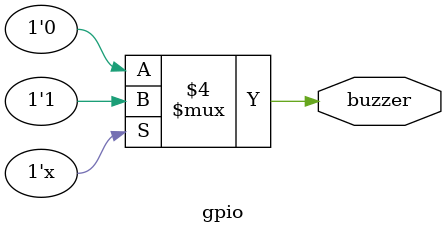
<source format=v>
module gpio(

	output reg buzzer
);
    //reg buzzer;
	parameter GND = 0;
    
	always @(buzzer) begin
    	if (~buzzer) begin
        		buzzer <= 1'b1;          // Buzzer sound on
    	end 
else begin
        		buzzer <= 1'b0;        	// Buzzer sound off
    	end
	end
    
endmodule



</source>
